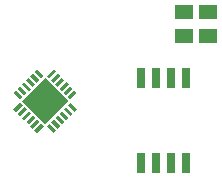
<source format=gbr>
G04 EAGLE Gerber RS-274X export*
G75*
%MOMM*%
%FSLAX34Y34*%
%LPD*%
%INSolderpaste Top*%
%IPPOS*%
%AMOC8*
5,1,8,0,0,1.08239X$1,22.5*%
G01*
%ADD10R,0.800000X0.300000*%
%ADD11R,2.800000X2.800000*%
%ADD12R,0.650000X1.750000*%
%ADD13R,1.600000X1.300000*%


D10*
G36*
X48598Y266806D02*
X42942Y272462D01*
X45064Y274584D01*
X50720Y268928D01*
X48598Y266806D01*
G37*
G36*
X45062Y263270D02*
X39406Y268926D01*
X41528Y271048D01*
X47184Y265392D01*
X45062Y263270D01*
G37*
G36*
X41526Y259735D02*
X35870Y265391D01*
X37992Y267513D01*
X43648Y261857D01*
X41526Y259735D01*
G37*
G36*
X37991Y256199D02*
X32335Y261855D01*
X34457Y263977D01*
X40113Y258321D01*
X37991Y256199D01*
G37*
G36*
X34455Y252664D02*
X28799Y258320D01*
X30921Y260442D01*
X36577Y254786D01*
X34455Y252664D01*
G37*
G36*
X30920Y249128D02*
X25264Y254784D01*
X27386Y256906D01*
X33042Y251250D01*
X30920Y249128D01*
G37*
G36*
X33042Y244177D02*
X27386Y238521D01*
X25264Y240643D01*
X30920Y246299D01*
X33042Y244177D01*
G37*
G36*
X36577Y240642D02*
X30921Y234986D01*
X28799Y237108D01*
X34455Y242764D01*
X36577Y240642D01*
G37*
G36*
X40113Y237106D02*
X34457Y231450D01*
X32335Y233572D01*
X37991Y239228D01*
X40113Y237106D01*
G37*
G36*
X43648Y233571D02*
X37992Y227915D01*
X35870Y230037D01*
X41526Y235693D01*
X43648Y233571D01*
G37*
G36*
X47184Y230035D02*
X41528Y224379D01*
X39406Y226501D01*
X45062Y232157D01*
X47184Y230035D01*
G37*
G36*
X50720Y226500D02*
X45064Y220844D01*
X42942Y222966D01*
X48598Y228622D01*
X50720Y226500D01*
G37*
G36*
X59204Y220844D02*
X53548Y226500D01*
X55670Y228622D01*
X61326Y222966D01*
X59204Y220844D01*
G37*
G36*
X62740Y224379D02*
X57084Y230035D01*
X59206Y232157D01*
X64862Y226501D01*
X62740Y224379D01*
G37*
G36*
X66275Y227915D02*
X60619Y233571D01*
X62741Y235693D01*
X68397Y230037D01*
X66275Y227915D01*
G37*
G36*
X69811Y231450D02*
X64155Y237106D01*
X66277Y239228D01*
X71933Y233572D01*
X69811Y231450D01*
G37*
G36*
X73346Y234986D02*
X67690Y240642D01*
X69812Y242764D01*
X75468Y237108D01*
X73346Y234986D01*
G37*
G36*
X76882Y238521D02*
X71226Y244177D01*
X73348Y246299D01*
X79004Y240643D01*
X76882Y238521D01*
G37*
G36*
X79004Y254784D02*
X73348Y249128D01*
X71226Y251250D01*
X76882Y256906D01*
X79004Y254784D01*
G37*
G36*
X75468Y258320D02*
X69812Y252664D01*
X67690Y254786D01*
X73346Y260442D01*
X75468Y258320D01*
G37*
G36*
X71933Y261855D02*
X66277Y256199D01*
X64155Y258321D01*
X69811Y263977D01*
X71933Y261855D01*
G37*
G36*
X68397Y265391D02*
X62741Y259735D01*
X60619Y261857D01*
X66275Y267513D01*
X68397Y265391D01*
G37*
G36*
X64862Y268926D02*
X59206Y263270D01*
X57084Y265392D01*
X62740Y271048D01*
X64862Y268926D01*
G37*
G36*
X61326Y272462D02*
X55670Y266806D01*
X53548Y268928D01*
X59204Y274584D01*
X61326Y272462D01*
G37*
D11*
G36*
X71932Y247714D02*
X52134Y227916D01*
X32336Y247714D01*
X52134Y267512D01*
X71932Y247714D01*
G37*
D12*
X171450Y267390D03*
X158750Y267390D03*
X146050Y267390D03*
X133350Y267390D03*
X133350Y194890D03*
X146050Y194890D03*
X158750Y194890D03*
X171450Y194890D03*
D13*
X169436Y323164D03*
X169436Y303164D03*
X189756Y323164D03*
X189756Y303164D03*
M02*

</source>
